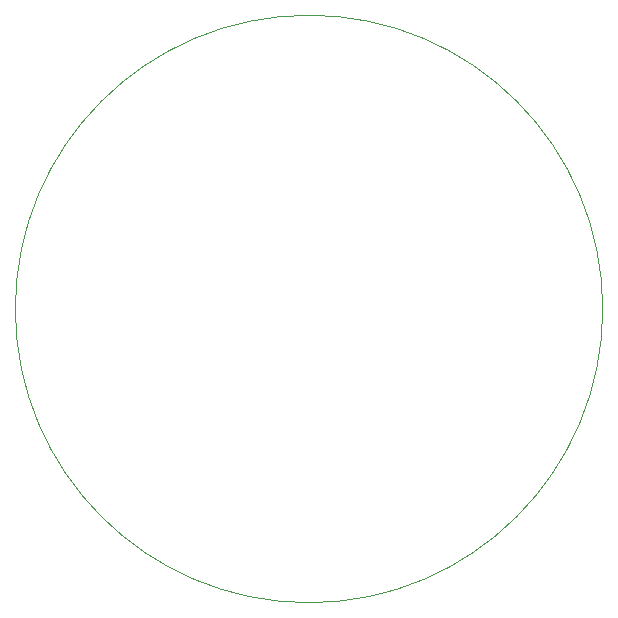
<source format=gbr>
%TF.GenerationSoftware,KiCad,Pcbnew,7.0.5*%
%TF.CreationDate,2023-10-17T21:25:03+03:00*%
%TF.ProjectId,Light,4c696768-742e-46b6-9963-61645f706362,rev?*%
%TF.SameCoordinates,Original*%
%TF.FileFunction,Profile,NP*%
%FSLAX46Y46*%
G04 Gerber Fmt 4.6, Leading zero omitted, Abs format (unit mm)*
G04 Created by KiCad (PCBNEW 7.0.5) date 2023-10-17 21:25:03*
%MOMM*%
%LPD*%
G01*
G04 APERTURE LIST*
%TA.AperFunction,Profile*%
%ADD10C,0.100000*%
%TD*%
G04 APERTURE END LIST*
D10*
X124869660Y-100000000D02*
G75*
G03*
X124869660Y-100000000I-24869660J0D01*
G01*
M02*

</source>
